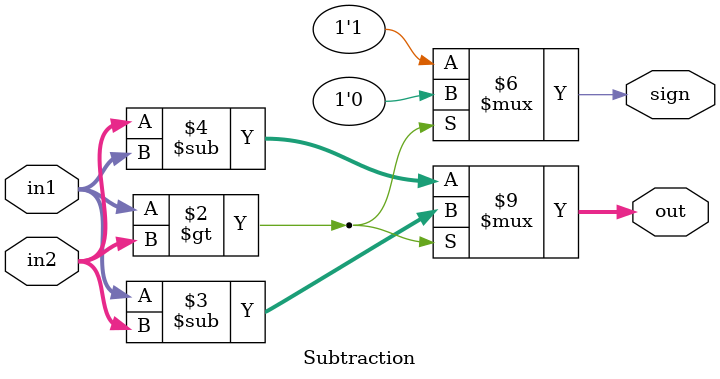
<source format=sv>
module Subtraction(
	input [9:0]in1,
	input [9:0]in2, 	//input will always be positive.
	output reg [9:0] out,		
	output reg sign);	// 0 positive, 1 negative.
	

	
	always@(*) begin
		if (in1 > in2) begin
			out <= in1 - in2;
			sign <= 0;
			end
		else begin
			out <= in2 - in1;
			sign <= 1;
		end
	end
endmodule
		
</source>
